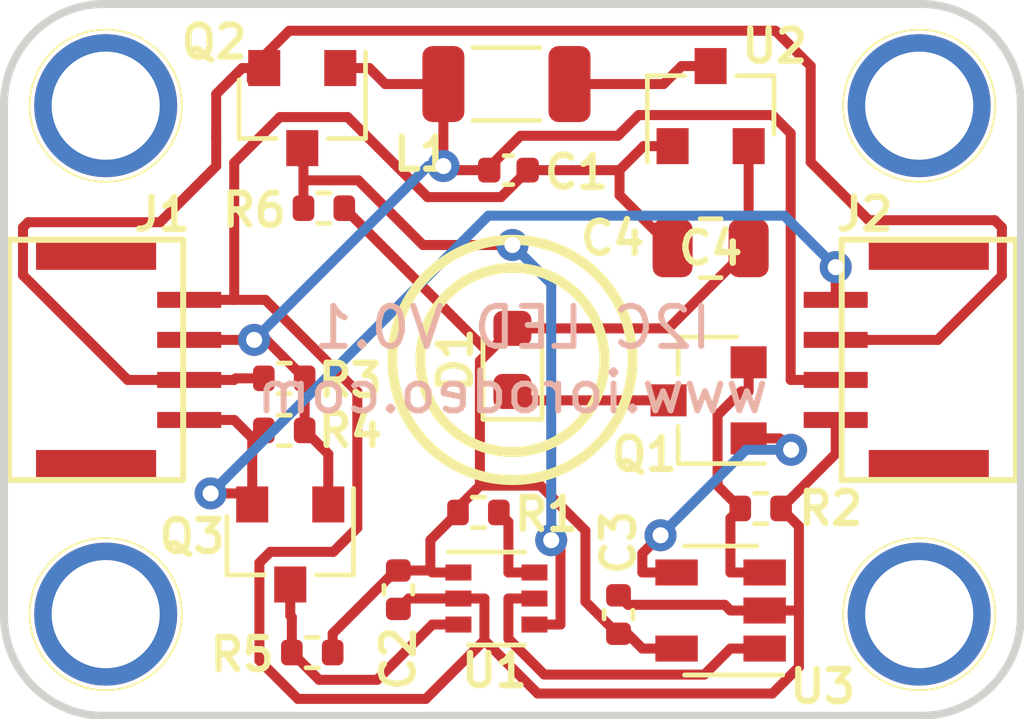
<source format=kicad_pcb>
(kicad_pcb (version 20171130) (host pcbnew 5.1.7-a382d34a8~87~ubuntu18.04.1)

  (general
    (thickness 1.6)
    (drawings 11)
    (tracks 185)
    (zones 0)
    (modules 24)
    (nets 14)
  )

  (page A4)
  (layers
    (0 F.Cu signal)
    (31 B.Cu signal)
    (32 B.Adhes user)
    (33 F.Adhes user)
    (34 B.Paste user)
    (35 F.Paste user)
    (36 B.SilkS user)
    (37 F.SilkS user)
    (38 B.Mask user)
    (39 F.Mask user)
    (40 Dwgs.User user)
    (41 Cmts.User user)
    (42 Eco1.User user)
    (43 Eco2.User user)
    (44 Edge.Cuts user)
    (45 Margin user)
    (46 B.CrtYd user)
    (47 F.CrtYd user)
    (48 B.Fab user)
    (49 F.Fab user)
  )

  (setup
    (last_trace_width 0.25)
    (trace_clearance 0.2)
    (zone_clearance 0.508)
    (zone_45_only no)
    (trace_min 0.2)
    (via_size 0.8)
    (via_drill 0.4)
    (via_min_size 0.4)
    (via_min_drill 0.3)
    (uvia_size 0.3)
    (uvia_drill 0.1)
    (uvias_allowed no)
    (uvia_min_size 0.2)
    (uvia_min_drill 0.1)
    (edge_width 0.05)
    (segment_width 0.2)
    (pcb_text_width 0.3)
    (pcb_text_size 1.5 1.5)
    (mod_edge_width 0.12)
    (mod_text_size 1 1)
    (mod_text_width 0.15)
    (pad_size 3.57 3.57)
    (pad_drill 2.7)
    (pad_to_mask_clearance 0)
    (aux_axis_origin 0 0)
    (visible_elements FFFFFF7F)
    (pcbplotparams
      (layerselection 0x010fc_ffffffff)
      (usegerberextensions false)
      (usegerberattributes true)
      (usegerberadvancedattributes true)
      (creategerberjobfile true)
      (excludeedgelayer true)
      (linewidth 0.100000)
      (plotframeref false)
      (viasonmask false)
      (mode 1)
      (useauxorigin false)
      (hpglpennumber 1)
      (hpglpenspeed 20)
      (hpglpendiameter 15.000000)
      (psnegative false)
      (psa4output false)
      (plotreference true)
      (plotvalue true)
      (plotinvisibletext false)
      (padsonsilk false)
      (subtractmaskfromsilk false)
      (outputformat 1)
      (mirror false)
      (drillshape 1)
      (scaleselection 1)
      (outputdirectory ""))
  )

  (net 0 "")
  (net 1 /VIN)
  (net 2 GND)
  (net 3 /5V)
  (net 4 "Net-(D1-Pad1)")
  (net 5 /SCL_VIN)
  (net 6 /SDA_VIN)
  (net 7 "Net-(L1-Pad2)")
  (net 8 "Net-(Q1-Pad2)")
  (net 9 "Net-(Q1-Pad1)")
  (net 10 /SDA_5V)
  (net 11 /SCL_5V)
  (net 12 "Net-(R1-Pad2)")
  (net 13 "Net-(U1-Pad5)")

  (net_class Default "This is the default net class."
    (clearance 0.2)
    (trace_width 0.25)
    (via_dia 0.8)
    (via_drill 0.4)
    (uvia_dia 0.3)
    (uvia_drill 0.1)
    (add_net /5V)
    (add_net /SCL_5V)
    (add_net /SCL_VIN)
    (add_net /SDA_5V)
    (add_net /SDA_VIN)
    (add_net /VIN)
    (add_net GND)
    (add_net "Net-(D1-Pad1)")
    (add_net "Net-(L1-Pad2)")
    (add_net "Net-(Q1-Pad1)")
    (add_net "Net-(Q1-Pad2)")
    (add_net "Net-(R1-Pad2)")
    (add_net "Net-(U1-Pad5)")
  )

  (module custom_mount_hole:MountingHole_2.5mm_Pad (layer F.Cu) (tedit 618821E6) (tstamp 618725F7)
    (at 52.54 65.24)
    (descr "Mounting Hole 2.5mm")
    (tags "mounting hole 2.5mm")
    (attr virtual)
    (fp_text reference M4 (at 0 -3.5) (layer F.SilkS) hide
      (effects (font (size 0.8 0.8) (thickness 0.16)))
    )
    (fp_text value MountingHole_2.5mm_Pad (at 0 3.5) (layer F.Fab) hide
      (effects (font (size 1 1) (thickness 0.15)))
    )
    (fp_circle (center 0 0) (end 1.9 0) (layer F.SilkS) (width 0.05))
    (fp_circle (center 0 0) (end 2.5 0) (layer Cmts.User) (width 0.15))
    (fp_text user %R (at 0.3 0) (layer F.Fab) hide
      (effects (font (size 0.8 0.8) (thickness 0.16)))
    )
    (pad ~ thru_hole circle (at 0 0) (size 3.57 3.57) (drill 2.7) (layers *.Cu *.Mask))
  )

  (module custom_mount_hole:MountingHole_2.5mm_Pad (layer F.Cu) (tedit 618821E6) (tstamp 618725DA)
    (at 72.86 65.24)
    (descr "Mounting Hole 2.5mm")
    (tags "mounting hole 2.5mm")
    (attr virtual)
    (fp_text reference M3 (at 0 -3.5) (layer F.SilkS) hide
      (effects (font (size 0.8 0.8) (thickness 0.16)))
    )
    (fp_text value MountingHole_2.5mm_Pad (at 0 3.5) (layer F.Fab) hide
      (effects (font (size 1 1) (thickness 0.15)))
    )
    (fp_circle (center 0 0) (end 1.9 0) (layer F.SilkS) (width 0.05))
    (fp_circle (center 0 0) (end 2.5 0) (layer Cmts.User) (width 0.15))
    (fp_text user %R (at 0.3 0) (layer F.Fab) hide
      (effects (font (size 0.8 0.8) (thickness 0.16)))
    )
    (pad ~ thru_hole circle (at 0 0) (size 3.57 3.57) (drill 2.7) (layers *.Cu *.Mask))
  )

  (module custom_mount_hole:MountingHole_2.5mm_Pad (layer F.Cu) (tedit 618821E6) (tstamp 618725BD)
    (at 72.86 52.54)
    (descr "Mounting Hole 2.5mm")
    (tags "mounting hole 2.5mm")
    (attr virtual)
    (fp_text reference M2 (at 0 -3.5) (layer F.SilkS) hide
      (effects (font (size 0.8 0.8) (thickness 0.16)))
    )
    (fp_text value MountingHole_2.5mm_Pad (at 0 3.5) (layer F.Fab) hide
      (effects (font (size 1 1) (thickness 0.15)))
    )
    (fp_circle (center 0 0) (end 1.9 0) (layer F.SilkS) (width 0.05))
    (fp_circle (center 0 0) (end 2.5 0) (layer Cmts.User) (width 0.15))
    (fp_text user %R (at 0.3 0) (layer F.Fab) hide
      (effects (font (size 0.8 0.8) (thickness 0.16)))
    )
    (pad ~ thru_hole circle (at 0 0) (size 3.57 3.57) (drill 2.7) (layers *.Cu *.Mask))
  )

  (module custom_mount_hole:MountingHole_2.5mm_Pad (layer F.Cu) (tedit 618821E6) (tstamp 6187251A)
    (at 52.54 52.54)
    (descr "Mounting Hole 2.5mm")
    (tags "mounting hole 2.5mm")
    (attr virtual)
    (fp_text reference M1 (at 0 -3.5) (layer F.SilkS) hide
      (effects (font (size 0.8 0.8) (thickness 0.16)))
    )
    (fp_text value MountingHole_2.5mm_Pad (at 0 3.5) (layer F.Fab) hide
      (effects (font (size 1 1) (thickness 0.15)))
    )
    (fp_circle (center 0 0) (end 1.9 0) (layer F.SilkS) (width 0.05))
    (fp_circle (center 0 0) (end 2.5 0) (layer Cmts.User) (width 0.15))
    (fp_text user %R (at 0.3 0) (layer F.Fab) hide
      (effects (font (size 0.8 0.8) (thickness 0.16)))
    )
    (pad ~ thru_hole circle (at 0 0) (size 3.57 3.57) (drill 2.7) (layers *.Cu *.Mask))
  )

  (module Capacitor_SMD:C_0805_2012Metric (layer F.Cu) (tedit 5F68FEEE) (tstamp 618729BF)
    (at 67.65 56.1 180)
    (descr "Capacitor SMD 0805 (2012 Metric), square (rectangular) end terminal, IPC_7351 nominal, (Body size source: IPC-SM-782 page 76, https://www.pcb-3d.com/wordpress/wp-content/uploads/ipc-sm-782a_amendment_1_and_2.pdf, https://docs.google.com/spreadsheets/d/1BsfQQcO9C6DZCsRaXUlFlo91Tg2WpOkGARC1WS5S8t0/edit?usp=sharing), generated with kicad-footprint-generator")
    (tags capacitor)
    (path /6174D112)
    (attr smd)
    (fp_text reference C4 (at 2.45 0.25) (layer F.SilkS)
      (effects (font (size 0.8 0.8) (thickness 0.16)))
    )
    (fp_text value 100uF (at 0 1.68) (layer F.Fab) hide
      (effects (font (size 1 1) (thickness 0.15)))
    )
    (fp_line (start 1.7 0.98) (end -1.7 0.98) (layer F.CrtYd) (width 0.05))
    (fp_line (start 1.7 -0.98) (end 1.7 0.98) (layer F.CrtYd) (width 0.05))
    (fp_line (start -1.7 -0.98) (end 1.7 -0.98) (layer F.CrtYd) (width 0.05))
    (fp_line (start -1.7 0.98) (end -1.7 -0.98) (layer F.CrtYd) (width 0.05))
    (fp_line (start -0.261252 0.735) (end 0.261252 0.735) (layer F.SilkS) (width 0.12))
    (fp_line (start -0.261252 -0.735) (end 0.261252 -0.735) (layer F.SilkS) (width 0.12))
    (fp_line (start 1 0.625) (end -1 0.625) (layer F.Fab) (width 0.1))
    (fp_line (start 1 -0.625) (end 1 0.625) (layer F.Fab) (width 0.1))
    (fp_line (start -1 -0.625) (end 1 -0.625) (layer F.Fab) (width 0.1))
    (fp_line (start -1 0.625) (end -1 -0.625) (layer F.Fab) (width 0.1))
    (fp_text user %R (at 0 0) (layer F.SilkS)
      (effects (font (size 0.8 0.8) (thickness 0.16)))
    )
    (pad 1 smd roundrect (at -0.95 0 180) (size 1 1.45) (layers F.Cu F.Paste F.Mask) (roundrect_rratio 0.25)
      (net 3 /5V))
    (pad 2 smd roundrect (at 0.95 0 180) (size 1 1.45) (layers F.Cu F.Paste F.Mask) (roundrect_rratio 0.25)
      (net 2 GND))
    (model ${KISYS3DMOD}/Capacitor_SMD.3dshapes/C_0805_2012Metric.wrl
      (at (xyz 0 0 0))
      (scale (xyz 1 1 1))
      (rotate (xyz 0 0 0))
    )
  )

  (module LED_SMD:LED_0603_1608Metric (layer F.Cu) (tedit 5F68FEF1) (tstamp 618729D2)
    (at 62.7 58.89 90)
    (descr "LED SMD 0603 (1608 Metric), square (rectangular) end terminal, IPC_7351 nominal, (Body size source: http://www.tortai-tech.com/upload/download/2011102023233369053.pdf), generated with kicad-footprint-generator")
    (tags LED)
    (path /617C0FF2)
    (attr smd)
    (fp_text reference D1 (at 0 -1.43 90) (layer F.SilkS)
      (effects (font (size 0.8 0.8) (thickness 0.16)))
    )
    (fp_text value LED_ALT (at 0 1.43 90) (layer F.Fab) hide
      (effects (font (size 1 1) (thickness 0.15)))
    )
    (fp_line (start 1.48 0.73) (end -1.48 0.73) (layer F.CrtYd) (width 0.05))
    (fp_line (start 1.48 -0.73) (end 1.48 0.73) (layer F.CrtYd) (width 0.05))
    (fp_line (start -1.48 -0.73) (end 1.48 -0.73) (layer F.CrtYd) (width 0.05))
    (fp_line (start -1.48 0.73) (end -1.48 -0.73) (layer F.CrtYd) (width 0.05))
    (fp_line (start -1.485 0.735) (end 0.8 0.735) (layer F.SilkS) (width 0.12))
    (fp_line (start -1.485 -0.735) (end -1.485 0.735) (layer F.SilkS) (width 0.12))
    (fp_line (start 0.8 -0.735) (end -1.485 -0.735) (layer F.SilkS) (width 0.12))
    (fp_line (start 0.8 0.4) (end 0.8 -0.4) (layer F.Fab) (width 0.1))
    (fp_line (start -0.8 0.4) (end 0.8 0.4) (layer F.Fab) (width 0.1))
    (fp_line (start -0.8 -0.1) (end -0.8 0.4) (layer F.Fab) (width 0.1))
    (fp_line (start -0.5 -0.4) (end -0.8 -0.1) (layer F.Fab) (width 0.1))
    (fp_line (start 0.8 -0.4) (end -0.5 -0.4) (layer F.Fab) (width 0.1))
    (fp_text user %R (at 0 0 90) (layer F.Fab)
      (effects (font (size 0.8 0.8) (thickness 0.16)))
    )
    (pad 1 smd roundrect (at -0.7875 0 90) (size 0.875 0.95) (layers F.Cu F.Paste F.Mask) (roundrect_rratio 0.25)
      (net 4 "Net-(D1-Pad1)"))
    (pad 2 smd roundrect (at 0.7875 0 90) (size 0.875 0.95) (layers F.Cu F.Paste F.Mask) (roundrect_rratio 0.25)
      (net 3 /5V))
    (model ${KISYS3DMOD}/LED_SMD.3dshapes/LED_0603_1608Metric.wrl
      (at (xyz 0 0 0))
      (scale (xyz 1 1 1))
      (rotate (xyz 0 0 0))
    )
  )

  (module BOOMELE_SH_SMD:BOOMELE_SMD_SH_4PIN_RT (layer F.Cu) (tedit 61857257) (tstamp 618729E1)
    (at 52.3 58.89 270)
    (path /617588B6)
    (fp_text reference J1 (at -3.64 -1.65 180) (layer F.SilkS)
      (effects (font (size 0.8 0.8) (thickness 0.16)))
    )
    (fp_text value Conn_01x04 (at 0.025 -4.95 90) (layer F.Fab) hide
      (effects (font (size 1 1) (thickness 0.15)))
    )
    (fp_line (start 3 -2.175) (end 3 2.175) (layer F.SilkS) (width 0.15))
    (fp_line (start -3 -2.175) (end 3 -2.175) (layer F.SilkS) (width 0.15))
    (fp_line (start -3 2.175) (end -3 -2.175) (layer F.SilkS) (width 0.15))
    (fp_line (start 0 2.175) (end 3 2.175) (layer F.SilkS) (width 0.15))
    (fp_line (start -3 2.175) (end 0 2.175) (layer F.SilkS) (width 0.15))
    (pad "" smd rect (at 2.65 0 270) (size 0.8 3) (layers F.Cu F.Paste F.Mask))
    (pad "" smd rect (at -2.65 0 270) (size 0.8 3) (layers F.Cu F.Paste F.Mask))
    (pad 4 smd rect (at 1.5 -2.325 270) (size 0.4 1.6) (layers F.Cu F.Paste F.Mask)
      (net 5 /SCL_VIN))
    (pad 3 smd rect (at 0.5 -2.325 270) (size 0.4 1.6) (layers F.Cu F.Paste F.Mask)
      (net 6 /SDA_VIN))
    (pad 2 smd rect (at -0.5 -2.325 270) (size 0.4 1.6) (layers F.Cu F.Paste F.Mask)
      (net 1 /VIN))
    (pad 1 smd rect (at -1.5 -2.325 270) (size 0.4 1.6) (layers F.Cu F.Paste F.Mask)
      (net 2 GND))
  )

  (module BOOMELE_SH_SMD:BOOMELE_SMD_SH_4PIN_RT (layer F.Cu) (tedit 61857257) (tstamp 618729F0)
    (at 73.1 58.89 90)
    (path /617591D1)
    (fp_text reference J2 (at 3.64 -1.6 180) (layer F.SilkS)
      (effects (font (size 0.8 0.8) (thickness 0.16)))
    )
    (fp_text value Conn_01x04 (at 0.025 -4.95 90) (layer F.Fab) hide
      (effects (font (size 1 1) (thickness 0.15)))
    )
    (fp_line (start -3 2.175) (end 0 2.175) (layer F.SilkS) (width 0.15))
    (fp_line (start 0 2.175) (end 3 2.175) (layer F.SilkS) (width 0.15))
    (fp_line (start -3 2.175) (end -3 -2.175) (layer F.SilkS) (width 0.15))
    (fp_line (start -3 -2.175) (end 3 -2.175) (layer F.SilkS) (width 0.15))
    (fp_line (start 3 -2.175) (end 3 2.175) (layer F.SilkS) (width 0.15))
    (pad 1 smd rect (at -1.5 -2.325 90) (size 0.4 1.6) (layers F.Cu F.Paste F.Mask)
      (net 2 GND))
    (pad 2 smd rect (at -0.5 -2.325 90) (size 0.4 1.6) (layers F.Cu F.Paste F.Mask)
      (net 1 /VIN))
    (pad 3 smd rect (at 0.5 -2.325 90) (size 0.4 1.6) (layers F.Cu F.Paste F.Mask)
      (net 6 /SDA_VIN))
    (pad 4 smd rect (at 1.5 -2.325 90) (size 0.4 1.6) (layers F.Cu F.Paste F.Mask)
      (net 5 /SCL_VIN))
    (pad "" smd rect (at -2.65 0 90) (size 0.8 3) (layers F.Cu F.Paste F.Mask))
    (pad "" smd rect (at 2.65 0 90) (size 0.8 3) (layers F.Cu F.Paste F.Mask))
  )

  (module Inductor_SMD:L_1206_3216Metric (layer F.Cu) (tedit 5F68FEF0) (tstamp 61872A01)
    (at 62.55 52)
    (descr "Inductor SMD 1206 (3216 Metric), square (rectangular) end terminal, IPC_7351 nominal, (Body size source: IPC-SM-782 page 80, https://www.pcb-3d.com/wordpress/wp-content/uploads/ipc-sm-782a_amendment_1_and_2.pdf), generated with kicad-footprint-generator")
    (tags inductor)
    (path /6174AC13)
    (attr smd)
    (fp_text reference L1 (at -2.1 1.75) (layer F.SilkS)
      (effects (font (size 0.8 0.8) (thickness 0.16)))
    )
    (fp_text value 22uH (at 0 1.9) (layer F.Fab) hide
      (effects (font (size 1 1) (thickness 0.15)))
    )
    (fp_line (start 2.35 1.2) (end -2.35 1.2) (layer F.CrtYd) (width 0.05))
    (fp_line (start 2.35 -1.2) (end 2.35 1.2) (layer F.CrtYd) (width 0.05))
    (fp_line (start -2.35 -1.2) (end 2.35 -1.2) (layer F.CrtYd) (width 0.05))
    (fp_line (start -2.35 1.2) (end -2.35 -1.2) (layer F.CrtYd) (width 0.05))
    (fp_line (start -0.835242 0.91) (end 0.835242 0.91) (layer F.SilkS) (width 0.12))
    (fp_line (start -0.835242 -0.91) (end 0.835242 -0.91) (layer F.SilkS) (width 0.12))
    (fp_line (start 1.6 0.8) (end -1.6 0.8) (layer F.Fab) (width 0.1))
    (fp_line (start 1.6 -0.8) (end 1.6 0.8) (layer F.Fab) (width 0.1))
    (fp_line (start -1.6 -0.8) (end 1.6 -0.8) (layer F.Fab) (width 0.1))
    (fp_line (start -1.6 0.8) (end -1.6 -0.8) (layer F.Fab) (width 0.1))
    (fp_text user %R (at 0 0) (layer F.Fab)
      (effects (font (size 0.8 0.8) (thickness 0.16)))
    )
    (pad 1 smd roundrect (at -1.575 0) (size 1.05 1.9) (layers F.Cu F.Paste F.Mask) (roundrect_rratio 0.238095)
      (net 1 /VIN))
    (pad 2 smd roundrect (at 1.575 0) (size 1.05 1.9) (layers F.Cu F.Paste F.Mask) (roundrect_rratio 0.238095)
      (net 7 "Net-(L1-Pad2)"))
    (model ${KISYS3DMOD}/Inductor_SMD.3dshapes/L_1206_3216Metric.wrl
      (at (xyz 0 0 0))
      (scale (xyz 1 1 1))
      (rotate (xyz 0 0 0))
    )
  )

  (module Package_TO_SOT_SMD:SOT-23 (layer F.Cu) (tedit 5A02FF57) (tstamp 61872A16)
    (at 67.6 59.9 180)
    (descr "SOT-23, Standard")
    (tags SOT-23)
    (path /617C2C7F)
    (attr smd)
    (fp_text reference Q1 (at 1.6 -1.35) (layer F.SilkS)
      (effects (font (size 0.8 0.8) (thickness 0.16)))
    )
    (fp_text value Q_NPN_BEC (at 0 2.5) (layer F.Fab) hide
      (effects (font (size 1 1) (thickness 0.15)))
    )
    (fp_line (start -0.7 -0.95) (end -0.7 1.5) (layer F.Fab) (width 0.1))
    (fp_line (start -0.15 -1.52) (end 0.7 -1.52) (layer F.Fab) (width 0.1))
    (fp_line (start -0.7 -0.95) (end -0.15 -1.52) (layer F.Fab) (width 0.1))
    (fp_line (start 0.7 -1.52) (end 0.7 1.52) (layer F.Fab) (width 0.1))
    (fp_line (start -0.7 1.52) (end 0.7 1.52) (layer F.Fab) (width 0.1))
    (fp_line (start 0.76 1.58) (end 0.76 0.65) (layer F.SilkS) (width 0.12))
    (fp_line (start 0.76 -1.58) (end 0.76 -0.65) (layer F.SilkS) (width 0.12))
    (fp_line (start -1.7 -1.75) (end 1.7 -1.75) (layer F.CrtYd) (width 0.05))
    (fp_line (start 1.7 -1.75) (end 1.7 1.75) (layer F.CrtYd) (width 0.05))
    (fp_line (start 1.7 1.75) (end -1.7 1.75) (layer F.CrtYd) (width 0.05))
    (fp_line (start -1.7 1.75) (end -1.7 -1.75) (layer F.CrtYd) (width 0.05))
    (fp_line (start 0.76 -1.58) (end -1.4 -1.58) (layer F.SilkS) (width 0.12))
    (fp_line (start 0.76 1.58) (end -0.7 1.58) (layer F.SilkS) (width 0.12))
    (fp_text user %R (at 0 0 90) (layer F.Fab)
      (effects (font (size 0.8 0.8) (thickness 0.16)))
    )
    (pad 3 smd rect (at 1 0 180) (size 0.9 0.8) (layers F.Cu F.Paste F.Mask)
      (net 4 "Net-(D1-Pad1)"))
    (pad 2 smd rect (at -1 0.95 180) (size 0.9 0.8) (layers F.Cu F.Paste F.Mask)
      (net 8 "Net-(Q1-Pad2)"))
    (pad 1 smd rect (at -1 -0.95 180) (size 0.9 0.8) (layers F.Cu F.Paste F.Mask)
      (net 9 "Net-(Q1-Pad1)"))
    (model ${KISYS3DMOD}/Package_TO_SOT_SMD.3dshapes/SOT-23.wrl
      (at (xyz 0 0 0))
      (scale (xyz 1 1 1))
      (rotate (xyz 0 0 0))
    )
  )

  (module Package_TO_SOT_SMD:SOT-23 (layer F.Cu) (tedit 5A02FF57) (tstamp 61872A2B)
    (at 57.45 52.6 270)
    (descr "SOT-23, Standard")
    (tags SOT-23)
    (path /61767FC9)
    (attr smd)
    (fp_text reference Q2 (at -1.65 2.2 180) (layer F.SilkS)
      (effects (font (size 0.8 0.8) (thickness 0.16)))
    )
    (fp_text value BSS138 (at 0 2.5 90) (layer F.Fab) hide
      (effects (font (size 1 1) (thickness 0.15)))
    )
    (fp_line (start 0.76 1.58) (end -0.7 1.58) (layer F.SilkS) (width 0.12))
    (fp_line (start 0.76 -1.58) (end -1.4 -1.58) (layer F.SilkS) (width 0.12))
    (fp_line (start -1.7 1.75) (end -1.7 -1.75) (layer F.CrtYd) (width 0.05))
    (fp_line (start 1.7 1.75) (end -1.7 1.75) (layer F.CrtYd) (width 0.05))
    (fp_line (start 1.7 -1.75) (end 1.7 1.75) (layer F.CrtYd) (width 0.05))
    (fp_line (start -1.7 -1.75) (end 1.7 -1.75) (layer F.CrtYd) (width 0.05))
    (fp_line (start 0.76 -1.58) (end 0.76 -0.65) (layer F.SilkS) (width 0.12))
    (fp_line (start 0.76 1.58) (end 0.76 0.65) (layer F.SilkS) (width 0.12))
    (fp_line (start -0.7 1.52) (end 0.7 1.52) (layer F.Fab) (width 0.1))
    (fp_line (start 0.7 -1.52) (end 0.7 1.52) (layer F.Fab) (width 0.1))
    (fp_line (start -0.7 -0.95) (end -0.15 -1.52) (layer F.Fab) (width 0.1))
    (fp_line (start -0.15 -1.52) (end 0.7 -1.52) (layer F.Fab) (width 0.1))
    (fp_line (start -0.7 -0.95) (end -0.7 1.5) (layer F.Fab) (width 0.1))
    (fp_text user %R (at 0 0) (layer F.Fab)
      (effects (font (size 0.8 0.8) (thickness 0.16)))
    )
    (pad 1 smd rect (at -1 -0.95 270) (size 0.9 0.8) (layers F.Cu F.Paste F.Mask)
      (net 1 /VIN))
    (pad 2 smd rect (at -1 0.95 270) (size 0.9 0.8) (layers F.Cu F.Paste F.Mask)
      (net 6 /SDA_VIN))
    (pad 3 smd rect (at 1 0 270) (size 0.9 0.8) (layers F.Cu F.Paste F.Mask)
      (net 10 /SDA_5V))
    (model ${KISYS3DMOD}/Package_TO_SOT_SMD.3dshapes/SOT-23.wrl
      (at (xyz 0 0 0))
      (scale (xyz 1 1 1))
      (rotate (xyz 0 0 0))
    )
  )

  (module Package_TO_SOT_SMD:SOT-23 (layer F.Cu) (tedit 5A02FF57) (tstamp 61872A40)
    (at 57.15 63.5 270)
    (descr "SOT-23, Standard")
    (tags SOT-23)
    (path /61765AC4)
    (attr smd)
    (fp_text reference Q3 (at -0.2 2.45 180) (layer F.SilkS)
      (effects (font (size 0.8 0.8) (thickness 0.16)))
    )
    (fp_text value BSS138 (at 0 2.5 90) (layer F.Fab) hide
      (effects (font (size 1 1) (thickness 0.15)))
    )
    (fp_line (start -0.7 -0.95) (end -0.7 1.5) (layer F.Fab) (width 0.1))
    (fp_line (start -0.15 -1.52) (end 0.7 -1.52) (layer F.Fab) (width 0.1))
    (fp_line (start -0.7 -0.95) (end -0.15 -1.52) (layer F.Fab) (width 0.1))
    (fp_line (start 0.7 -1.52) (end 0.7 1.52) (layer F.Fab) (width 0.1))
    (fp_line (start -0.7 1.52) (end 0.7 1.52) (layer F.Fab) (width 0.1))
    (fp_line (start 0.76 1.58) (end 0.76 0.65) (layer F.SilkS) (width 0.12))
    (fp_line (start 0.76 -1.58) (end 0.76 -0.65) (layer F.SilkS) (width 0.12))
    (fp_line (start -1.7 -1.75) (end 1.7 -1.75) (layer F.CrtYd) (width 0.05))
    (fp_line (start 1.7 -1.75) (end 1.7 1.75) (layer F.CrtYd) (width 0.05))
    (fp_line (start 1.7 1.75) (end -1.7 1.75) (layer F.CrtYd) (width 0.05))
    (fp_line (start -1.7 1.75) (end -1.7 -1.75) (layer F.CrtYd) (width 0.05))
    (fp_line (start 0.76 -1.58) (end -1.4 -1.58) (layer F.SilkS) (width 0.12))
    (fp_line (start 0.76 1.58) (end -0.7 1.58) (layer F.SilkS) (width 0.12))
    (fp_text user %R (at 0 0) (layer F.Fab)
      (effects (font (size 0.8 0.8) (thickness 0.16)))
    )
    (pad 3 smd rect (at 1 0 270) (size 0.9 0.8) (layers F.Cu F.Paste F.Mask)
      (net 11 /SCL_5V))
    (pad 2 smd rect (at -1 0.95 270) (size 0.9 0.8) (layers F.Cu F.Paste F.Mask)
      (net 5 /SCL_VIN))
    (pad 1 smd rect (at -1 -0.95 270) (size 0.9 0.8) (layers F.Cu F.Paste F.Mask)
      (net 1 /VIN))
    (model ${KISYS3DMOD}/Package_TO_SOT_SMD.3dshapes/SOT-23.wrl
      (at (xyz 0 0 0))
      (scale (xyz 1 1 1))
      (rotate (xyz 0 0 0))
    )
  )

  (module Package_TO_SOT_SMD:SOT-363_SC-70-6 (layer F.Cu) (tedit 5A02FF57) (tstamp 61872ABC)
    (at 62.3 64.85)
    (descr "SOT-363, SC-70-6")
    (tags "SOT-363 SC-70-6")
    (path /6175D2CA)
    (attr smd)
    (fp_text reference U1 (at -0.05 1.8) (layer F.SilkS)
      (effects (font (size 0.8 0.8) (thickness 0.16)))
    )
    (fp_text value MCP4018-xxxxLT (at 0 2 180) (layer F.Fab) hide
      (effects (font (size 1 1) (thickness 0.15)))
    )
    (fp_line (start 0.7 -1.16) (end -1.2 -1.16) (layer F.SilkS) (width 0.12))
    (fp_line (start -0.7 1.16) (end 0.7 1.16) (layer F.SilkS) (width 0.12))
    (fp_line (start 1.6 1.4) (end 1.6 -1.4) (layer F.CrtYd) (width 0.05))
    (fp_line (start -1.6 -1.4) (end -1.6 1.4) (layer F.CrtYd) (width 0.05))
    (fp_line (start -1.6 -1.4) (end 1.6 -1.4) (layer F.CrtYd) (width 0.05))
    (fp_line (start 0.675 -1.1) (end -0.175 -1.1) (layer F.Fab) (width 0.1))
    (fp_line (start -0.675 -0.6) (end -0.675 1.1) (layer F.Fab) (width 0.1))
    (fp_line (start -1.6 1.4) (end 1.6 1.4) (layer F.CrtYd) (width 0.05))
    (fp_line (start 0.675 -1.1) (end 0.675 1.1) (layer F.Fab) (width 0.1))
    (fp_line (start 0.675 1.1) (end -0.675 1.1) (layer F.Fab) (width 0.1))
    (fp_line (start -0.175 -1.1) (end -0.675 -0.6) (layer F.Fab) (width 0.1))
    (fp_text user %R (at 0 0 90) (layer F.Fab)
      (effects (font (size 0.8 0.8) (thickness 0.16)))
    )
    (pad 6 smd rect (at 0.95 -0.65) (size 0.65 0.4) (layers F.Cu F.Paste F.Mask)
      (net 12 "Net-(R1-Pad2)"))
    (pad 4 smd rect (at 0.95 0.65) (size 0.65 0.4) (layers F.Cu F.Paste F.Mask)
      (net 10 /SDA_5V))
    (pad 2 smd rect (at -0.95 0) (size 0.65 0.4) (layers F.Cu F.Paste F.Mask)
      (net 2 GND))
    (pad 5 smd rect (at 0.95 0) (size 0.65 0.4) (layers F.Cu F.Paste F.Mask)
      (net 13 "Net-(U1-Pad5)"))
    (pad 3 smd rect (at -0.95 0.65) (size 0.65 0.4) (layers F.Cu F.Paste F.Mask)
      (net 11 /SCL_5V))
    (pad 1 smd rect (at -0.95 -0.65) (size 0.65 0.4) (layers F.Cu F.Paste F.Mask)
      (net 3 /5V))
    (model ${KISYS3DMOD}/Package_TO_SOT_SMD.3dshapes/SOT-363_SC-70-6.wrl
      (at (xyz 0 0 0))
      (scale (xyz 1 1 1))
      (rotate (xyz 0 0 0))
    )
  )

  (module Package_TO_SOT_SMD:SOT-23 (layer F.Cu) (tedit 5A02FF57) (tstamp 61872AD1)
    (at 67.65 52.55 90)
    (descr "SOT-23, Standard")
    (tags SOT-23)
    (path /6174A4C9)
    (attr smd)
    (fp_text reference U2 (at 1.5 1.6 180) (layer F.SilkS)
      (effects (font (size 0.8 0.8) (thickness 0.16)))
    )
    (fp_text value ME2188A50XG (at 0 2.5 90) (layer F.Fab) hide
      (effects (font (size 1 1) (thickness 0.15)))
    )
    (fp_line (start 0.76 1.58) (end -0.7 1.58) (layer F.SilkS) (width 0.12))
    (fp_line (start 0.76 -1.58) (end -1.4 -1.58) (layer F.SilkS) (width 0.12))
    (fp_line (start -1.7 1.75) (end -1.7 -1.75) (layer F.CrtYd) (width 0.05))
    (fp_line (start 1.7 1.75) (end -1.7 1.75) (layer F.CrtYd) (width 0.05))
    (fp_line (start 1.7 -1.75) (end 1.7 1.75) (layer F.CrtYd) (width 0.05))
    (fp_line (start -1.7 -1.75) (end 1.7 -1.75) (layer F.CrtYd) (width 0.05))
    (fp_line (start 0.76 -1.58) (end 0.76 -0.65) (layer F.SilkS) (width 0.12))
    (fp_line (start 0.76 1.58) (end 0.76 0.65) (layer F.SilkS) (width 0.12))
    (fp_line (start -0.7 1.52) (end 0.7 1.52) (layer F.Fab) (width 0.1))
    (fp_line (start 0.7 -1.52) (end 0.7 1.52) (layer F.Fab) (width 0.1))
    (fp_line (start -0.7 -0.95) (end -0.15 -1.52) (layer F.Fab) (width 0.1))
    (fp_line (start -0.15 -1.52) (end 0.7 -1.52) (layer F.Fab) (width 0.1))
    (fp_line (start -0.7 -0.95) (end -0.7 1.5) (layer F.Fab) (width 0.1))
    (fp_text user %R (at 0 0) (layer F.Fab)
      (effects (font (size 0.8 0.8) (thickness 0.16)))
    )
    (pad 1 smd rect (at -1 -0.95 90) (size 0.9 0.8) (layers F.Cu F.Paste F.Mask)
      (net 2 GND))
    (pad 2 smd rect (at -1 0.95 90) (size 0.9 0.8) (layers F.Cu F.Paste F.Mask)
      (net 3 /5V))
    (pad 3 smd rect (at 1 0 90) (size 0.9 0.8) (layers F.Cu F.Paste F.Mask)
      (net 7 "Net-(L1-Pad2)"))
    (model ${KISYS3DMOD}/Package_TO_SOT_SMD.3dshapes/SOT-23.wrl
      (at (xyz 0 0 0))
      (scale (xyz 1 1 1))
      (rotate (xyz 0 0 0))
    )
  )

  (module Package_TO_SOT_SMD:SOT-23-5 (layer F.Cu) (tedit 5A02FF57) (tstamp 61872AE6)
    (at 67.9 65.15 180)
    (descr "5-pin SOT23 package")
    (tags SOT-23-5)
    (path /617B3880)
    (attr smd)
    (fp_text reference U3 (at -2.55 -1.9) (layer F.SilkS)
      (effects (font (size 0.8 0.8) (thickness 0.16)))
    )
    (fp_text value LMV321 (at 0 2.9) (layer F.Fab) hide
      (effects (font (size 1 1) (thickness 0.15)))
    )
    (fp_line (start 0.9 -1.55) (end 0.9 1.55) (layer F.Fab) (width 0.1))
    (fp_line (start 0.9 1.55) (end -0.9 1.55) (layer F.Fab) (width 0.1))
    (fp_line (start -0.9 -0.9) (end -0.9 1.55) (layer F.Fab) (width 0.1))
    (fp_line (start 0.9 -1.55) (end -0.25 -1.55) (layer F.Fab) (width 0.1))
    (fp_line (start -0.9 -0.9) (end -0.25 -1.55) (layer F.Fab) (width 0.1))
    (fp_line (start -1.9 1.8) (end -1.9 -1.8) (layer F.CrtYd) (width 0.05))
    (fp_line (start 1.9 1.8) (end -1.9 1.8) (layer F.CrtYd) (width 0.05))
    (fp_line (start 1.9 -1.8) (end 1.9 1.8) (layer F.CrtYd) (width 0.05))
    (fp_line (start -1.9 -1.8) (end 1.9 -1.8) (layer F.CrtYd) (width 0.05))
    (fp_line (start 0.9 -1.61) (end -1.55 -1.61) (layer F.SilkS) (width 0.12))
    (fp_line (start -0.9 1.61) (end 0.9 1.61) (layer F.SilkS) (width 0.12))
    (fp_text user %R (at 0 0 90) (layer F.Fab)
      (effects (font (size 0.8 0.8) (thickness 0.16)))
    )
    (pad 1 smd rect (at -1.1 -0.95 180) (size 1.06 0.65) (layers F.Cu F.Paste F.Mask)
      (net 13 "Net-(U1-Pad5)"))
    (pad 2 smd rect (at -1.1 0 180) (size 1.06 0.65) (layers F.Cu F.Paste F.Mask)
      (net 2 GND))
    (pad 3 smd rect (at -1.1 0.95 180) (size 1.06 0.65) (layers F.Cu F.Paste F.Mask)
      (net 8 "Net-(Q1-Pad2)"))
    (pad 4 smd rect (at 1.1 0.95 180) (size 1.06 0.65) (layers F.Cu F.Paste F.Mask)
      (net 9 "Net-(Q1-Pad1)"))
    (pad 5 smd rect (at 1.1 -0.95 180) (size 1.06 0.65) (layers F.Cu F.Paste F.Mask)
      (net 3 /5V))
    (model ${KISYS3DMOD}/Package_TO_SOT_SMD.3dshapes/SOT-23-5.wrl
      (at (xyz 0 0 0))
      (scale (xyz 1 1 1))
      (rotate (xyz 0 0 0))
    )
  )

  (module Capacitor_SMD:C_0402_1005Metric (layer F.Cu) (tedit 5F68FEEE) (tstamp 618817EE)
    (at 62.6 54.15)
    (descr "Capacitor SMD 0402 (1005 Metric), square (rectangular) end terminal, IPC_7351 nominal, (Body size source: IPC-SM-782 page 76, https://www.pcb-3d.com/wordpress/wp-content/uploads/ipc-sm-782a_amendment_1_and_2.pdf), generated with kicad-footprint-generator")
    (tags capacitor)
    (path /6174BB29)
    (attr smd)
    (fp_text reference C1 (at 1.7 0.05) (layer F.SilkS)
      (effects (font (size 0.8 0.8) (thickness 0.16)))
    )
    (fp_text value 10uF (at 0 1.16) (layer F.Fab) hide
      (effects (font (size 1 1) (thickness 0.15)))
    )
    (fp_line (start -0.5 0.25) (end -0.5 -0.25) (layer F.Fab) (width 0.1))
    (fp_line (start -0.5 -0.25) (end 0.5 -0.25) (layer F.Fab) (width 0.1))
    (fp_line (start 0.5 -0.25) (end 0.5 0.25) (layer F.Fab) (width 0.1))
    (fp_line (start 0.5 0.25) (end -0.5 0.25) (layer F.Fab) (width 0.1))
    (fp_line (start -0.107836 -0.36) (end 0.107836 -0.36) (layer F.SilkS) (width 0.12))
    (fp_line (start -0.107836 0.36) (end 0.107836 0.36) (layer F.SilkS) (width 0.12))
    (fp_line (start -0.91 0.46) (end -0.91 -0.46) (layer F.CrtYd) (width 0.05))
    (fp_line (start -0.91 -0.46) (end 0.91 -0.46) (layer F.CrtYd) (width 0.05))
    (fp_line (start 0.91 -0.46) (end 0.91 0.46) (layer F.CrtYd) (width 0.05))
    (fp_line (start 0.91 0.46) (end -0.91 0.46) (layer F.CrtYd) (width 0.05))
    (fp_text user %R (at 0 0) (layer F.Fab)
      (effects (font (size 0.8 0.8) (thickness 0.16)))
    )
    (pad 1 smd roundrect (at -0.48 0) (size 0.56 0.62) (layers F.Cu F.Paste F.Mask) (roundrect_rratio 0.25)
      (net 1 /VIN))
    (pad 2 smd roundrect (at 0.48 0) (size 0.56 0.62) (layers F.Cu F.Paste F.Mask) (roundrect_rratio 0.25)
      (net 2 GND))
    (model ${KISYS3DMOD}/Capacitor_SMD.3dshapes/C_0402_1005Metric.wrl
      (at (xyz 0 0 0))
      (scale (xyz 1 1 1))
      (rotate (xyz 0 0 0))
    )
  )

  (module Capacitor_SMD:C_0402_1005Metric (layer F.Cu) (tedit 5F68FEEE) (tstamp 6188196D)
    (at 59.85 64.63 270)
    (descr "Capacitor SMD 0402 (1005 Metric), square (rectangular) end terminal, IPC_7351 nominal, (Body size source: IPC-SM-782 page 76, https://www.pcb-3d.com/wordpress/wp-content/uploads/ipc-sm-782a_amendment_1_and_2.pdf), generated with kicad-footprint-generator")
    (tags capacitor)
    (path /617EFAB2)
    (attr smd)
    (fp_text reference C2 (at 1.72 0 90) (layer F.SilkS)
      (effects (font (size 0.8 0.8) (thickness 0.16)))
    )
    (fp_text value 0.1uF (at 0 1.16 90) (layer F.Fab) hide
      (effects (font (size 1 1) (thickness 0.15)))
    )
    (fp_line (start 0.91 0.46) (end -0.91 0.46) (layer F.CrtYd) (width 0.05))
    (fp_line (start 0.91 -0.46) (end 0.91 0.46) (layer F.CrtYd) (width 0.05))
    (fp_line (start -0.91 -0.46) (end 0.91 -0.46) (layer F.CrtYd) (width 0.05))
    (fp_line (start -0.91 0.46) (end -0.91 -0.46) (layer F.CrtYd) (width 0.05))
    (fp_line (start -0.107836 0.36) (end 0.107836 0.36) (layer F.SilkS) (width 0.12))
    (fp_line (start -0.107836 -0.36) (end 0.107836 -0.36) (layer F.SilkS) (width 0.12))
    (fp_line (start 0.5 0.25) (end -0.5 0.25) (layer F.Fab) (width 0.1))
    (fp_line (start 0.5 -0.25) (end 0.5 0.25) (layer F.Fab) (width 0.1))
    (fp_line (start -0.5 -0.25) (end 0.5 -0.25) (layer F.Fab) (width 0.1))
    (fp_line (start -0.5 0.25) (end -0.5 -0.25) (layer F.Fab) (width 0.1))
    (fp_text user %R (at 0 0 90) (layer F.Fab)
      (effects (font (size 0.8 0.8) (thickness 0.16)))
    )
    (pad 2 smd roundrect (at 0.48 0 270) (size 0.56 0.62) (layers F.Cu F.Paste F.Mask) (roundrect_rratio 0.25)
      (net 2 GND))
    (pad 1 smd roundrect (at -0.48 0 270) (size 0.56 0.62) (layers F.Cu F.Paste F.Mask) (roundrect_rratio 0.25)
      (net 3 /5V))
    (model ${KISYS3DMOD}/Capacitor_SMD.3dshapes/C_0402_1005Metric.wrl
      (at (xyz 0 0 0))
      (scale (xyz 1 1 1))
      (rotate (xyz 0 0 0))
    )
  )

  (module Capacitor_SMD:C_0402_1005Metric (layer F.Cu) (tedit 5F68FEEE) (tstamp 6188197E)
    (at 65.35 65.25 90)
    (descr "Capacitor SMD 0402 (1005 Metric), square (rectangular) end terminal, IPC_7351 nominal, (Body size source: IPC-SM-782 page 76, https://www.pcb-3d.com/wordpress/wp-content/uploads/ipc-sm-782a_amendment_1_and_2.pdf), generated with kicad-footprint-generator")
    (tags capacitor)
    (path /617F0FE6)
    (attr smd)
    (fp_text reference C3 (at 1.8 0 90) (layer F.SilkS)
      (effects (font (size 0.8 0.8) (thickness 0.16)))
    )
    (fp_text value 0.1uF (at 0 1.16 90) (layer F.Fab) hide
      (effects (font (size 1 1) (thickness 0.15)))
    )
    (fp_line (start 0.91 0.46) (end -0.91 0.46) (layer F.CrtYd) (width 0.05))
    (fp_line (start 0.91 -0.46) (end 0.91 0.46) (layer F.CrtYd) (width 0.05))
    (fp_line (start -0.91 -0.46) (end 0.91 -0.46) (layer F.CrtYd) (width 0.05))
    (fp_line (start -0.91 0.46) (end -0.91 -0.46) (layer F.CrtYd) (width 0.05))
    (fp_line (start -0.107836 0.36) (end 0.107836 0.36) (layer F.SilkS) (width 0.12))
    (fp_line (start -0.107836 -0.36) (end 0.107836 -0.36) (layer F.SilkS) (width 0.12))
    (fp_line (start 0.5 0.25) (end -0.5 0.25) (layer F.Fab) (width 0.1))
    (fp_line (start 0.5 -0.25) (end 0.5 0.25) (layer F.Fab) (width 0.1))
    (fp_line (start -0.5 -0.25) (end 0.5 -0.25) (layer F.Fab) (width 0.1))
    (fp_line (start -0.5 0.25) (end -0.5 -0.25) (layer F.Fab) (width 0.1))
    (fp_text user %R (at 0 0 90) (layer F.Fab)
      (effects (font (size 0.8 0.8) (thickness 0.16)))
    )
    (pad 2 smd roundrect (at 0.48 0 90) (size 0.56 0.62) (layers F.Cu F.Paste F.Mask) (roundrect_rratio 0.25)
      (net 2 GND))
    (pad 1 smd roundrect (at -0.48 0 90) (size 0.56 0.62) (layers F.Cu F.Paste F.Mask) (roundrect_rratio 0.25)
      (net 3 /5V))
    (model ${KISYS3DMOD}/Capacitor_SMD.3dshapes/C_0402_1005Metric.wrl
      (at (xyz 0 0 0))
      (scale (xyz 1 1 1))
      (rotate (xyz 0 0 0))
    )
  )

  (module Resistor_SMD:R_0402_1005Metric (layer F.Cu) (tedit 5F68FEEE) (tstamp 61881B41)
    (at 61.85 62.7)
    (descr "Resistor SMD 0402 (1005 Metric), square (rectangular) end terminal, IPC_7351 nominal, (Body size source: IPC-SM-782 page 72, https://www.pcb-3d.com/wordpress/wp-content/uploads/ipc-sm-782a_amendment_1_and_2.pdf), generated with kicad-footprint-generator")
    (tags resistor)
    (path /617B515A)
    (attr smd)
    (fp_text reference R1 (at 1.7 0.05) (layer F.SilkS)
      (effects (font (size 0.8 0.8) (thickness 0.16)))
    )
    (fp_text value 47k (at 0 1.17) (layer F.Fab) hide
      (effects (font (size 1 1) (thickness 0.15)))
    )
    (fp_line (start 0.93 0.47) (end -0.93 0.47) (layer F.CrtYd) (width 0.05))
    (fp_line (start 0.93 -0.47) (end 0.93 0.47) (layer F.CrtYd) (width 0.05))
    (fp_line (start -0.93 -0.47) (end 0.93 -0.47) (layer F.CrtYd) (width 0.05))
    (fp_line (start -0.93 0.47) (end -0.93 -0.47) (layer F.CrtYd) (width 0.05))
    (fp_line (start -0.153641 0.38) (end 0.153641 0.38) (layer F.SilkS) (width 0.12))
    (fp_line (start -0.153641 -0.38) (end 0.153641 -0.38) (layer F.SilkS) (width 0.12))
    (fp_line (start 0.525 0.27) (end -0.525 0.27) (layer F.Fab) (width 0.1))
    (fp_line (start 0.525 -0.27) (end 0.525 0.27) (layer F.Fab) (width 0.1))
    (fp_line (start -0.525 -0.27) (end 0.525 -0.27) (layer F.Fab) (width 0.1))
    (fp_line (start -0.525 0.27) (end -0.525 -0.27) (layer F.Fab) (width 0.1))
    (fp_text user %R (at 0 0) (layer F.Fab)
      (effects (font (size 0.8 0.8) (thickness 0.16)))
    )
    (pad 2 smd roundrect (at 0.51 0) (size 0.54 0.64) (layers F.Cu F.Paste F.Mask) (roundrect_rratio 0.25)
      (net 12 "Net-(R1-Pad2)"))
    (pad 1 smd roundrect (at -0.51 0) (size 0.54 0.64) (layers F.Cu F.Paste F.Mask) (roundrect_rratio 0.25)
      (net 3 /5V))
    (model ${KISYS3DMOD}/Resistor_SMD.3dshapes/R_0402_1005Metric.wrl
      (at (xyz 0 0 0))
      (scale (xyz 1 1 1))
      (rotate (xyz 0 0 0))
    )
  )

  (module Resistor_SMD:R_0402_1005Metric (layer F.Cu) (tedit 5F68FEEE) (tstamp 61881BD6)
    (at 68.9 62.6)
    (descr "Resistor SMD 0402 (1005 Metric), square (rectangular) end terminal, IPC_7351 nominal, (Body size source: IPC-SM-782 page 72, https://www.pcb-3d.com/wordpress/wp-content/uploads/ipc-sm-782a_amendment_1_and_2.pdf), generated with kicad-footprint-generator")
    (tags resistor)
    (path /617C7054)
    (attr smd)
    (fp_text reference R2 (at 1.75 0) (layer F.SilkS)
      (effects (font (size 0.8 0.8) (thickness 0.16)))
    )
    (fp_text value 27k (at 0 1.17) (layer F.Fab) hide
      (effects (font (size 1 1) (thickness 0.15)))
    )
    (fp_line (start -0.525 0.27) (end -0.525 -0.27) (layer F.Fab) (width 0.1))
    (fp_line (start -0.525 -0.27) (end 0.525 -0.27) (layer F.Fab) (width 0.1))
    (fp_line (start 0.525 -0.27) (end 0.525 0.27) (layer F.Fab) (width 0.1))
    (fp_line (start 0.525 0.27) (end -0.525 0.27) (layer F.Fab) (width 0.1))
    (fp_line (start -0.153641 -0.38) (end 0.153641 -0.38) (layer F.SilkS) (width 0.12))
    (fp_line (start -0.153641 0.38) (end 0.153641 0.38) (layer F.SilkS) (width 0.12))
    (fp_line (start -0.93 0.47) (end -0.93 -0.47) (layer F.CrtYd) (width 0.05))
    (fp_line (start -0.93 -0.47) (end 0.93 -0.47) (layer F.CrtYd) (width 0.05))
    (fp_line (start 0.93 -0.47) (end 0.93 0.47) (layer F.CrtYd) (width 0.05))
    (fp_line (start 0.93 0.47) (end -0.93 0.47) (layer F.CrtYd) (width 0.05))
    (fp_text user %R (at 0 0) (layer F.Fab)
      (effects (font (size 0.8 0.8) (thickness 0.16)))
    )
    (pad 1 smd roundrect (at -0.51 0) (size 0.54 0.64) (layers F.Cu F.Paste F.Mask) (roundrect_rratio 0.25)
      (net 8 "Net-(Q1-Pad2)"))
    (pad 2 smd roundrect (at 0.51 0) (size 0.54 0.64) (layers F.Cu F.Paste F.Mask) (roundrect_rratio 0.25)
      (net 2 GND))
    (model ${KISYS3DMOD}/Resistor_SMD.3dshapes/R_0402_1005Metric.wrl
      (at (xyz 0 0 0))
      (scale (xyz 1 1 1))
      (rotate (xyz 0 0 0))
    )
  )

  (module Resistor_SMD:R_0402_1005Metric (layer F.Cu) (tedit 5F68FEEE) (tstamp 61881D4E)
    (at 57 59.35 180)
    (descr "Resistor SMD 0402 (1005 Metric), square (rectangular) end terminal, IPC_7351 nominal, (Body size source: IPC-SM-782 page 72, https://www.pcb-3d.com/wordpress/wp-content/uploads/ipc-sm-782a_amendment_1_and_2.pdf), generated with kicad-footprint-generator")
    (tags resistor)
    (path /61772E16)
    (attr smd)
    (fp_text reference R3 (at -1.65 -0.05) (layer F.SilkS)
      (effects (font (size 0.8 0.8) (thickness 0.16)))
    )
    (fp_text value 10k (at 0 1.17) (layer F.Fab) hide
      (effects (font (size 1 1) (thickness 0.15)))
    )
    (fp_line (start -0.525 0.27) (end -0.525 -0.27) (layer F.Fab) (width 0.1))
    (fp_line (start -0.525 -0.27) (end 0.525 -0.27) (layer F.Fab) (width 0.1))
    (fp_line (start 0.525 -0.27) (end 0.525 0.27) (layer F.Fab) (width 0.1))
    (fp_line (start 0.525 0.27) (end -0.525 0.27) (layer F.Fab) (width 0.1))
    (fp_line (start -0.153641 -0.38) (end 0.153641 -0.38) (layer F.SilkS) (width 0.12))
    (fp_line (start -0.153641 0.38) (end 0.153641 0.38) (layer F.SilkS) (width 0.12))
    (fp_line (start -0.93 0.47) (end -0.93 -0.47) (layer F.CrtYd) (width 0.05))
    (fp_line (start -0.93 -0.47) (end 0.93 -0.47) (layer F.CrtYd) (width 0.05))
    (fp_line (start 0.93 -0.47) (end 0.93 0.47) (layer F.CrtYd) (width 0.05))
    (fp_line (start 0.93 0.47) (end -0.93 0.47) (layer F.CrtYd) (width 0.05))
    (fp_text user %R (at 0 0) (layer F.Fab)
      (effects (font (size 0.8 0.8) (thickness 0.16)))
    )
    (pad 1 smd roundrect (at -0.51 0 180) (size 0.54 0.64) (layers F.Cu F.Paste F.Mask) (roundrect_rratio 0.25)
      (net 1 /VIN))
    (pad 2 smd roundrect (at 0.51 0 180) (size 0.54 0.64) (layers F.Cu F.Paste F.Mask) (roundrect_rratio 0.25)
      (net 6 /SDA_VIN))
    (model ${KISYS3DMOD}/Resistor_SMD.3dshapes/R_0402_1005Metric.wrl
      (at (xyz 0 0 0))
      (scale (xyz 1 1 1))
      (rotate (xyz 0 0 0))
    )
  )

  (module Resistor_SMD:R_0402_1005Metric (layer F.Cu) (tedit 5F68FEEE) (tstamp 61881D5E)
    (at 57 60.65 180)
    (descr "Resistor SMD 0402 (1005 Metric), square (rectangular) end terminal, IPC_7351 nominal, (Body size source: IPC-SM-782 page 72, https://www.pcb-3d.com/wordpress/wp-content/uploads/ipc-sm-782a_amendment_1_and_2.pdf), generated with kicad-footprint-generator")
    (tags resistor)
    (path /61771F4B)
    (attr smd)
    (fp_text reference R4 (at -1.65 0) (layer F.SilkS)
      (effects (font (size 0.8 0.8) (thickness 0.16)))
    )
    (fp_text value 10k (at 0 1.17) (layer F.Fab) hide
      (effects (font (size 1 1) (thickness 0.15)))
    )
    (fp_line (start 0.93 0.47) (end -0.93 0.47) (layer F.CrtYd) (width 0.05))
    (fp_line (start 0.93 -0.47) (end 0.93 0.47) (layer F.CrtYd) (width 0.05))
    (fp_line (start -0.93 -0.47) (end 0.93 -0.47) (layer F.CrtYd) (width 0.05))
    (fp_line (start -0.93 0.47) (end -0.93 -0.47) (layer F.CrtYd) (width 0.05))
    (fp_line (start -0.153641 0.38) (end 0.153641 0.38) (layer F.SilkS) (width 0.12))
    (fp_line (start -0.153641 -0.38) (end 0.153641 -0.38) (layer F.SilkS) (width 0.12))
    (fp_line (start 0.525 0.27) (end -0.525 0.27) (layer F.Fab) (width 0.1))
    (fp_line (start 0.525 -0.27) (end 0.525 0.27) (layer F.Fab) (width 0.1))
    (fp_line (start -0.525 -0.27) (end 0.525 -0.27) (layer F.Fab) (width 0.1))
    (fp_line (start -0.525 0.27) (end -0.525 -0.27) (layer F.Fab) (width 0.1))
    (fp_text user %R (at 0 0) (layer F.Fab)
      (effects (font (size 0.8 0.8) (thickness 0.16)))
    )
    (pad 2 smd roundrect (at 0.51 0 180) (size 0.54 0.64) (layers F.Cu F.Paste F.Mask) (roundrect_rratio 0.25)
      (net 5 /SCL_VIN))
    (pad 1 smd roundrect (at -0.51 0 180) (size 0.54 0.64) (layers F.Cu F.Paste F.Mask) (roundrect_rratio 0.25)
      (net 1 /VIN))
    (model ${KISYS3DMOD}/Resistor_SMD.3dshapes/R_0402_1005Metric.wrl
      (at (xyz 0 0 0))
      (scale (xyz 1 1 1))
      (rotate (xyz 0 0 0))
    )
  )

  (module Resistor_SMD:R_0402_1005Metric (layer F.Cu) (tedit 5F68FEEE) (tstamp 61881D6E)
    (at 57.7 66.2 180)
    (descr "Resistor SMD 0402 (1005 Metric), square (rectangular) end terminal, IPC_7351 nominal, (Body size source: IPC-SM-782 page 72, https://www.pcb-3d.com/wordpress/wp-content/uploads/ipc-sm-782a_amendment_1_and_2.pdf), generated with kicad-footprint-generator")
    (tags resistor)
    (path /61773B5E)
    (attr smd)
    (fp_text reference R5 (at 1.75 -0.05) (layer F.SilkS)
      (effects (font (size 0.8 0.8) (thickness 0.16)))
    )
    (fp_text value 10k (at 0 1.17) (layer F.Fab) hide
      (effects (font (size 1 1) (thickness 0.15)))
    )
    (fp_line (start -0.525 0.27) (end -0.525 -0.27) (layer F.Fab) (width 0.1))
    (fp_line (start -0.525 -0.27) (end 0.525 -0.27) (layer F.Fab) (width 0.1))
    (fp_line (start 0.525 -0.27) (end 0.525 0.27) (layer F.Fab) (width 0.1))
    (fp_line (start 0.525 0.27) (end -0.525 0.27) (layer F.Fab) (width 0.1))
    (fp_line (start -0.153641 -0.38) (end 0.153641 -0.38) (layer F.SilkS) (width 0.12))
    (fp_line (start -0.153641 0.38) (end 0.153641 0.38) (layer F.SilkS) (width 0.12))
    (fp_line (start -0.93 0.47) (end -0.93 -0.47) (layer F.CrtYd) (width 0.05))
    (fp_line (start -0.93 -0.47) (end 0.93 -0.47) (layer F.CrtYd) (width 0.05))
    (fp_line (start 0.93 -0.47) (end 0.93 0.47) (layer F.CrtYd) (width 0.05))
    (fp_line (start 0.93 0.47) (end -0.93 0.47) (layer F.CrtYd) (width 0.05))
    (fp_text user %R (at 0 0) (layer F.Fab)
      (effects (font (size 0.8 0.8) (thickness 0.16)))
    )
    (pad 1 smd roundrect (at -0.51 0 180) (size 0.54 0.64) (layers F.Cu F.Paste F.Mask) (roundrect_rratio 0.25)
      (net 3 /5V))
    (pad 2 smd roundrect (at 0.51 0 180) (size 0.54 0.64) (layers F.Cu F.Paste F.Mask) (roundrect_rratio 0.25)
      (net 11 /SCL_5V))
    (model ${KISYS3DMOD}/Resistor_SMD.3dshapes/R_0402_1005Metric.wrl
      (at (xyz 0 0 0))
      (scale (xyz 1 1 1))
      (rotate (xyz 0 0 0))
    )
  )

  (module Resistor_SMD:R_0402_1005Metric (layer F.Cu) (tedit 5F68FEEE) (tstamp 61881D7E)
    (at 57.99 55.1 180)
    (descr "Resistor SMD 0402 (1005 Metric), square (rectangular) end terminal, IPC_7351 nominal, (Body size source: IPC-SM-782 page 72, https://www.pcb-3d.com/wordpress/wp-content/uploads/ipc-sm-782a_amendment_1_and_2.pdf), generated with kicad-footprint-generator")
    (tags resistor)
    (path /61773986)
    (attr smd)
    (fp_text reference R6 (at 1.74 -0.05) (layer F.SilkS)
      (effects (font (size 0.8 0.8) (thickness 0.16)))
    )
    (fp_text value 10k (at 0 1.17) (layer F.Fab) hide
      (effects (font (size 1 1) (thickness 0.15)))
    )
    (fp_line (start 0.93 0.47) (end -0.93 0.47) (layer F.CrtYd) (width 0.05))
    (fp_line (start 0.93 -0.47) (end 0.93 0.47) (layer F.CrtYd) (width 0.05))
    (fp_line (start -0.93 -0.47) (end 0.93 -0.47) (layer F.CrtYd) (width 0.05))
    (fp_line (start -0.93 0.47) (end -0.93 -0.47) (layer F.CrtYd) (width 0.05))
    (fp_line (start -0.153641 0.38) (end 0.153641 0.38) (layer F.SilkS) (width 0.12))
    (fp_line (start -0.153641 -0.38) (end 0.153641 -0.38) (layer F.SilkS) (width 0.12))
    (fp_line (start 0.525 0.27) (end -0.525 0.27) (layer F.Fab) (width 0.1))
    (fp_line (start 0.525 -0.27) (end 0.525 0.27) (layer F.Fab) (width 0.1))
    (fp_line (start -0.525 -0.27) (end 0.525 -0.27) (layer F.Fab) (width 0.1))
    (fp_line (start -0.525 0.27) (end -0.525 -0.27) (layer F.Fab) (width 0.1))
    (fp_text user %R (at 0 0) (layer F.Fab)
      (effects (font (size 0.8 0.8) (thickness 0.16)))
    )
    (pad 2 smd roundrect (at 0.51 0 180) (size 0.54 0.64) (layers F.Cu F.Paste F.Mask) (roundrect_rratio 0.25)
      (net 10 /SDA_5V))
    (pad 1 smd roundrect (at -0.51 0 180) (size 0.54 0.64) (layers F.Cu F.Paste F.Mask) (roundrect_rratio 0.25)
      (net 3 /5V))
    (model ${KISYS3DMOD}/Resistor_SMD.3dshapes/R_0402_1005Metric.wrl
      (at (xyz 0 0 0))
      (scale (xyz 1 1 1))
      (rotate (xyz 0 0 0))
    )
  )

  (gr_text "I2C LED V0.1\nwww.iorodeo.com" (at 62.7 58.89) (layer B.SilkS)
    (effects (font (size 1 1) (thickness 0.15)) (justify mirror))
  )
  (gr_circle (center 62.7 58.89) (end 65 58.89) (layer F.SilkS) (width 0.25))
  (gr_circle (center 62.7 58.89) (end 65.7 58.89) (layer F.SilkS) (width 0.25))
  (gr_line (start 50 52.5) (end 50 65.28) (layer Edge.Cuts) (width 0.2))
  (gr_line (start 52.5 50) (end 72.9 50) (layer Edge.Cuts) (width 0.2))
  (gr_line (start 75.4 52.5) (end 75.4 65.28) (layer Edge.Cuts) (width 0.2))
  (gr_arc (start 52.5 65.28) (end 50 65.28) (angle -90) (layer Edge.Cuts) (width 0.2))
  (gr_arc (start 72.9 65.28) (end 72.9 67.78) (angle -90) (layer Edge.Cuts) (width 0.2))
  (gr_arc (start 72.9 52.5) (end 75.4 52.5) (angle -90) (layer Edge.Cuts) (width 0.2))
  (gr_arc (start 52.5 52.5) (end 52.5 50) (angle -90) (layer Edge.Cuts) (width 0.2))
  (gr_line (start 52.5 67.78) (end 72.9 67.78) (layer Edge.Cuts) (width 0.2))

  (segment (start 62.12 54.15) (end 62.12 54.0745) (width 0.25) (layer F.Cu) (net 1))
  (segment (start 62.12 54.0745) (end 62.9029 53.2916) (width 0.25) (layer F.Cu) (net 1))
  (segment (start 62.9029 53.2916) (end 65.3345 53.2916) (width 0.25) (layer F.Cu) (net 1))
  (segment (start 65.3345 53.2916) (end 65.8515 52.7746) (width 0.25) (layer F.Cu) (net 1))
  (segment (start 65.8515 52.7746) (end 69.1943 52.7746) (width 0.25) (layer F.Cu) (net 1))
  (segment (start 69.1943 52.7746) (end 69.6497 53.23) (width 0.25) (layer F.Cu) (net 1))
  (segment (start 69.6497 53.23) (end 69.6497 59.39) (width 0.25) (layer F.Cu) (net 1))
  (segment (start 56.2483 58.39) (end 60.5902 54.0481) (width 0.25) (layer B.Cu) (net 1))
  (segment (start 60.5902 54.0481) (end 60.975 54.0481) (width 0.25) (layer B.Cu) (net 1))
  (segment (start 70.775 59.39) (end 69.6497 59.39) (width 0.25) (layer F.Cu) (net 1))
  (segment (start 60.975 52) (end 60.975 54.0481) (width 0.25) (layer F.Cu) (net 1))
  (segment (start 62.12 54.15) (end 61.0769 54.15) (width 0.25) (layer F.Cu) (net 1))
  (segment (start 61.0769 54.15) (end 60.975 54.0481) (width 0.25) (layer F.Cu) (net 1))
  (segment (start 60.975 52) (end 59.5253 52) (width 0.25) (layer F.Cu) (net 1))
  (segment (start 59.5253 52) (end 59.1253 51.6) (width 0.25) (layer F.Cu) (net 1))
  (segment (start 58.4 51.6) (end 59.1253 51.6) (width 0.25) (layer F.Cu) (net 1))
  (segment (start 56.2483 58.39) (end 54.625 58.39) (width 0.25) (layer F.Cu) (net 1))
  (segment (start 57.51 59.35) (end 56.55 58.39) (width 0.25) (layer F.Cu) (net 1))
  (segment (start 56.55 58.39) (end 56.2483 58.39) (width 0.25) (layer F.Cu) (net 1))
  (segment (start 57.51 60.65) (end 57.51 59.35) (width 0.25) (layer F.Cu) (net 1))
  (segment (start 57.51 60.65) (end 58.1 61.24) (width 0.25) (layer F.Cu) (net 1))
  (segment (start 58.1 61.24) (end 58.1 61.7247) (width 0.25) (layer F.Cu) (net 1))
  (segment (start 58.1 62.5) (end 58.1 61.7247) (width 0.25) (layer F.Cu) (net 1))
  (via (at 60.975 54.0481) (size 0.8) (layers F.Cu B.Cu) (net 1))
  (via (at 56.2483 58.39) (size 0.8) (layers F.Cu B.Cu) (net 1))
  (segment (start 62.0003 65.8928) (end 62.0003 64.85) (width 0.25) (layer F.Cu) (net 2))
  (segment (start 69.8552 65.15) (end 69.8554 65.1502) (width 0.25) (layer F.Cu) (net 2))
  (segment (start 69.8554 65.1502) (end 69.8554 66.56) (width 0.25) (layer F.Cu) (net 2))
  (segment (start 69.8554 66.56) (end 69.192 67.2234) (width 0.25) (layer F.Cu) (net 2))
  (segment (start 69.192 67.2234) (end 63.3309 67.2234) (width 0.25) (layer F.Cu) (net 2))
  (segment (start 63.3309 67.2234) (end 62.0003 65.8928) (width 0.25) (layer F.Cu) (net 2))
  (segment (start 55.7503 57.39) (end 56.5283 57.39) (width 0.25) (layer F.Cu) (net 2))
  (segment (start 56.5283 57.39) (end 58.8254 59.6871) (width 0.25) (layer F.Cu) (net 2))
  (segment (start 58.8254 59.6871) (end 58.8254 63.0847) (width 0.25) (layer F.Cu) (net 2))
  (segment (start 58.8254 63.0847) (end 58.2257 63.6844) (width 0.25) (layer F.Cu) (net 2))
  (segment (start 58.2257 63.6844) (end 56.6528 63.6844) (width 0.25) (layer F.Cu) (net 2))
  (segment (start 56.6528 63.6844) (end 56.3793 63.9579) (width 0.25) (layer F.Cu) (net 2))
  (segment (start 56.3793 63.9579) (end 56.3793 66.3965) (width 0.25) (layer F.Cu) (net 2))
  (segment (start 56.3793 66.3965) (end 57.34 67.3572) (width 0.25) (layer F.Cu) (net 2))
  (segment (start 57.34 67.3572) (end 60.5359 67.3572) (width 0.25) (layer F.Cu) (net 2))
  (segment (start 60.5359 67.3572) (end 62.0003 65.8928) (width 0.25) (layer F.Cu) (net 2))
  (segment (start 55.7503 57.39) (end 55.7503 53.9646) (width 0.25) (layer F.Cu) (net 2))
  (segment (start 55.7503 53.9646) (end 56.8903 52.8246) (width 0.25) (layer F.Cu) (net 2))
  (segment (start 56.8903 52.8246) (end 58.5831 52.8246) (width 0.25) (layer F.Cu) (net 2))
  (segment (start 58.5831 52.8246) (end 60.582 54.8235) (width 0.25) (layer F.Cu) (net 2))
  (segment (start 60.582 54.8235) (end 62.4152 54.8235) (width 0.25) (layer F.Cu) (net 2))
  (segment (start 62.4152 54.8235) (end 63.08 54.1587) (width 0.25) (layer F.Cu) (net 2))
  (segment (start 63.08 54.1587) (end 63.08 54.15) (width 0.25) (layer F.Cu) (net 2))
  (segment (start 69.41 62.6) (end 69.8553 63.0453) (width 0.25) (layer F.Cu) (net 2))
  (segment (start 69.8553 63.0453) (end 69.8553 65.1499) (width 0.25) (layer F.Cu) (net 2))
  (segment (start 69.8553 65.1499) (end 69.8552 65.15) (width 0.25) (layer F.Cu) (net 2))
  (segment (start 69.41 62.6) (end 70.775 61.235) (width 0.25) (layer F.Cu) (net 2))
  (segment (start 70.775 61.235) (end 70.775 60.39) (width 0.25) (layer F.Cu) (net 2))
  (segment (start 61.35 64.85) (end 62.0003 64.85) (width 0.25) (layer F.Cu) (net 2))
  (segment (start 69 65.15) (end 69.8552 65.15) (width 0.25) (layer F.Cu) (net 2))
  (segment (start 65.3747 54.15) (end 65.9747 53.55) (width 0.25) (layer F.Cu) (net 2))
  (segment (start 63.08 54.15) (end 65.3747 54.15) (width 0.25) (layer F.Cu) (net 2))
  (segment (start 65.3747 54.15) (end 65.3747 54.7747) (width 0.25) (layer F.Cu) (net 2))
  (segment (start 65.3747 54.7747) (end 66.7 56.1) (width 0.25) (layer F.Cu) (net 2))
  (segment (start 66.7 53.55) (end 65.9747 53.55) (width 0.25) (layer F.Cu) (net 2))
  (segment (start 69 65.15) (end 68.1447 65.15) (width 0.25) (layer F.Cu) (net 2))
  (segment (start 65.35 64.77) (end 65.5868 65.0068) (width 0.25) (layer F.Cu) (net 2))
  (segment (start 65.5868 65.0068) (end 68.0015 65.0068) (width 0.25) (layer F.Cu) (net 2))
  (segment (start 68.0015 65.0068) (end 68.1447 65.15) (width 0.25) (layer F.Cu) (net 2))
  (segment (start 54.625 57.39) (end 55.7503 57.39) (width 0.25) (layer F.Cu) (net 2))
  (segment (start 59.85 65.11) (end 60.11 64.85) (width 0.25) (layer F.Cu) (net 2))
  (segment (start 60.11 64.85) (end 61.35 64.85) (width 0.25) (layer F.Cu) (net 2))
  (segment (start 61.8872 62.0309) (end 61.34 62.5781) (width 0.25) (layer F.Cu) (net 3))
  (segment (start 61.34 62.5781) (end 61.34 62.7) (width 0.25) (layer F.Cu) (net 3))
  (segment (start 65.35 65.73) (end 65.3244 65.73) (width 0.25) (layer F.Cu) (net 3))
  (segment (start 65.3244 65.73) (end 64.5223 64.9279) (width 0.25) (layer F.Cu) (net 3))
  (segment (start 64.5223 64.9279) (end 64.5223 63.1535) (width 0.25) (layer F.Cu) (net 3))
  (segment (start 64.5223 63.1535) (end 63.3997 62.0309) (width 0.25) (layer F.Cu) (net 3))
  (segment (start 63.3997 62.0309) (end 61.8872 62.0309) (width 0.25) (layer F.Cu) (net 3))
  (segment (start 61.8872 62.0309) (end 61.8872 58.9153) (width 0.25) (layer F.Cu) (net 3))
  (segment (start 61.8872 58.9153) (end 62.1013 58.7012) (width 0.25) (layer F.Cu) (net 3))
  (segment (start 65.9447 66.1) (end 65.5747 65.73) (width 0.25) (layer F.Cu) (net 3))
  (segment (start 65.5747 65.73) (end 65.35 65.73) (width 0.25) (layer F.Cu) (net 3))
  (segment (start 62.1013 58.7012) (end 62.7 58.1025) (width 0.25) (layer F.Cu) (net 3))
  (segment (start 58.5 55.1) (end 62.1013 58.7012) (width 0.25) (layer F.Cu) (net 3))
  (segment (start 60.6497 64.15) (end 60.6497 63.3903) (width 0.25) (layer F.Cu) (net 3))
  (segment (start 60.6497 63.3903) (end 61.34 62.7) (width 0.25) (layer F.Cu) (net 3))
  (segment (start 59.85 64.15) (end 60.6497 64.15) (width 0.25) (layer F.Cu) (net 3))
  (segment (start 58.21 66.2) (end 58.21 65.7256) (width 0.25) (layer F.Cu) (net 3))
  (segment (start 58.21 65.7256) (end 59.7856 64.15) (width 0.25) (layer F.Cu) (net 3))
  (segment (start 59.7856 64.15) (end 59.85 64.15) (width 0.25) (layer F.Cu) (net 3))
  (segment (start 60.6497 64.15) (end 60.6997 64.2) (width 0.25) (layer F.Cu) (net 3))
  (segment (start 62.7 58.1025) (end 66.5975 58.1025) (width 0.25) (layer F.Cu) (net 3))
  (segment (start 66.5975 58.1025) (end 68.6 56.1) (width 0.25) (layer F.Cu) (net 3))
  (segment (start 68.6 53.55) (end 68.6 56.1) (width 0.25) (layer F.Cu) (net 3))
  (segment (start 66.8 66.1) (end 65.9447 66.1) (width 0.25) (layer F.Cu) (net 3))
  (segment (start 61.35 64.2) (end 60.6997 64.2) (width 0.25) (layer F.Cu) (net 3))
  (segment (start 66.6 59.9) (end 62.9225 59.9) (width 0.25) (layer F.Cu) (net 4))
  (segment (start 62.9225 59.9) (end 62.7 59.6775) (width 0.25) (layer F.Cu) (net 4))
  (segment (start 54.625 60.39) (end 55.7503 60.39) (width 0.25) (layer F.Cu) (net 5))
  (segment (start 56.2 60.795) (end 56.1553 60.795) (width 0.25) (layer F.Cu) (net 5))
  (segment (start 56.1553 60.795) (end 55.7503 60.39) (width 0.25) (layer F.Cu) (net 5))
  (segment (start 56.49 60.65) (end 56.345 60.795) (width 0.25) (layer F.Cu) (net 5))
  (segment (start 56.345 60.795) (end 56.2 60.795) (width 0.25) (layer F.Cu) (net 5))
  (segment (start 56.2 60.795) (end 56.2 62.2249) (width 0.25) (layer F.Cu) (net 5))
  (segment (start 56.2 62.2249) (end 55.1617 62.2249) (width 0.25) (layer F.Cu) (net 5))
  (segment (start 70.775 56.5726) (end 69.4899 55.2875) (width 0.25) (layer B.Cu) (net 5))
  (segment (start 69.4899 55.2875) (end 62.0991 55.2875) (width 0.25) (layer B.Cu) (net 5))
  (segment (start 62.0991 55.2875) (end 55.1617 62.2249) (width 0.25) (layer B.Cu) (net 5))
  (segment (start 70.775 56.5726) (end 70.775 57.39) (width 0.25) (layer F.Cu) (net 5))
  (segment (start 56.2 62.2249) (end 56.2 62.5) (width 0.25) (layer F.Cu) (net 5))
  (via (at 70.775 56.5726) (size 0.8) (layers F.Cu B.Cu) (net 5))
  (via (at 55.1617 62.2249) (size 0.8) (layers F.Cu B.Cu) (net 5))
  (segment (start 56.1912 51.9067) (end 56.1912 51.6) (width 0.25) (layer F.Cu) (net 6))
  (segment (start 55.1877 59.39) (end 54.625 59.39) (width 0.25) (layer F.Cu) (net 6))
  (segment (start 56.5 51.6) (end 56.1912 51.6) (width 0.25) (layer F.Cu) (net 6))
  (segment (start 55.1877 59.39) (end 55.7503 59.39) (width 0.25) (layer F.Cu) (net 6))
  (segment (start 56.49 59.35) (end 55.7903 59.35) (width 0.25) (layer F.Cu) (net 6))
  (segment (start 55.7903 59.35) (end 55.7503 59.39) (width 0.25) (layer F.Cu) (net 6))
  (segment (start 55.3 52.25) (end 55.95 51.6) (width 0.25) (layer F.Cu) (net 6))
  (segment (start 53.9 55.45) (end 55.30029 54.04971) (width 0.25) (layer F.Cu) (net 6))
  (segment (start 55.3 53.29942) (end 55.3 52.25) (width 0.25) (layer F.Cu) (net 6))
  (segment (start 55.30029 53.29971) (end 55.3 53.29942) (width 0.25) (layer F.Cu) (net 6))
  (segment (start 50.604998 55.45) (end 53.9 55.45) (width 0.25) (layer F.Cu) (net 6))
  (segment (start 50.4746 55.580398) (end 50.604998 55.45) (width 0.25) (layer F.Cu) (net 6))
  (segment (start 50.4746 56.7747) (end 50.4746 55.580398) (width 0.25) (layer F.Cu) (net 6))
  (segment (start 55.95 51.6) (end 56.5 51.6) (width 0.25) (layer F.Cu) (net 6))
  (segment (start 55.30029 54.04971) (end 55.30029 53.29971) (width 0.25) (layer F.Cu) (net 6))
  (segment (start 53.0899 59.39) (end 50.4746 56.7747) (width 0.25) (layer F.Cu) (net 6))
  (segment (start 54.625 59.39) (end 53.0899 59.39) (width 0.25) (layer F.Cu) (net 6))
  (segment (start 57.1227 50.6685) (end 56.1912 51.6) (width 0.25) (layer F.Cu) (net 6))
  (segment (start 69.2685 50.6685) (end 57.1227 50.6685) (width 0.25) (layer F.Cu) (net 6))
  (segment (start 70.15 51.55) (end 69.2685 50.6685) (width 0.25) (layer F.Cu) (net 6))
  (segment (start 70.15 53.95) (end 70.15 51.55) (width 0.25) (layer F.Cu) (net 6))
  (segment (start 71.6 55.4) (end 70.15 53.95) (width 0.25) (layer F.Cu) (net 6))
  (segment (start 74.745002 55.4) (end 71.6 55.4) (width 0.25) (layer F.Cu) (net 6))
  (segment (start 74.9254 55.580398) (end 74.745002 55.4) (width 0.25) (layer F.Cu) (net 6))
  (segment (start 74.9254 56.7859) (end 74.9254 55.580398) (width 0.25) (layer F.Cu) (net 6))
  (segment (start 73.3213 58.39) (end 74.9254 56.7859) (width 0.25) (layer F.Cu) (net 6))
  (segment (start 70.775 58.39) (end 73.3213 58.39) (width 0.25) (layer F.Cu) (net 6))
  (segment (start 67.65 51.55) (end 66.9247 51.55) (width 0.25) (layer F.Cu) (net 7))
  (segment (start 66.9247 51.55) (end 66.4747 52) (width 0.25) (layer F.Cu) (net 7))
  (segment (start 66.4747 52) (end 64.125 52) (width 0.25) (layer F.Cu) (net 7))
  (segment (start 68.39 62.6) (end 67.8246 62.0346) (width 0.25) (layer F.Cu) (net 8))
  (segment (start 67.8246 62.0346) (end 67.8246 60.2694) (width 0.25) (layer F.Cu) (net 8))
  (segment (start 67.8246 60.2694) (end 68.4187 59.6753) (width 0.25) (layer F.Cu) (net 8))
  (segment (start 68.4187 59.6753) (end 68.6 59.6753) (width 0.25) (layer F.Cu) (net 8))
  (segment (start 68.6 58.95) (end 68.6 59.6753) (width 0.25) (layer F.Cu) (net 8))
  (segment (start 68.39 62.6) (end 68.1447 62.8453) (width 0.25) (layer F.Cu) (net 8))
  (segment (start 68.1447 62.8453) (end 68.1447 64.2) (width 0.25) (layer F.Cu) (net 8))
  (segment (start 69 64.2) (end 68.1447 64.2) (width 0.25) (layer F.Cu) (net 8))
  (segment (start 65.9447 64.2) (end 65.9447 63.7245) (width 0.25) (layer F.Cu) (net 9))
  (segment (start 65.9447 63.7245) (end 66.3991 63.2701) (width 0.25) (layer F.Cu) (net 9))
  (segment (start 69.6604 61.1351) (end 68.5341 61.1351) (width 0.25) (layer B.Cu) (net 9))
  (segment (start 68.5341 61.1351) (end 66.3991 63.2701) (width 0.25) (layer B.Cu) (net 9))
  (segment (start 66.8 64.2) (end 65.9447 64.2) (width 0.25) (layer F.Cu) (net 9))
  (segment (start 69.6604 61.1351) (end 69.3753 60.85) (width 0.25) (layer F.Cu) (net 9))
  (segment (start 68.6 60.85) (end 69.3753 60.85) (width 0.25) (layer F.Cu) (net 9))
  (via (at 69.6604 61.1351) (size 0.8) (layers F.Cu B.Cu) (net 9))
  (via (at 66.3991 63.2701) (size 0.8) (layers F.Cu B.Cu) (net 9))
  (segment (start 63.6685 63.3927) (end 63.9003 63.6245) (width 0.25) (layer F.Cu) (net 10))
  (segment (start 63.9003 63.6245) (end 63.9003 65.5) (width 0.25) (layer F.Cu) (net 10))
  (segment (start 62.7002 56.0202) (end 63.6685 56.9885) (width 0.25) (layer B.Cu) (net 10))
  (segment (start 63.6685 56.9885) (end 63.6685 63.3927) (width 0.25) (layer B.Cu) (net 10))
  (segment (start 57.48 54.4047) (end 57.48 54.0176) (width 0.25) (layer F.Cu) (net 10))
  (segment (start 57.48 54.0176) (end 57.45 53.9876) (width 0.25) (layer F.Cu) (net 10))
  (segment (start 57.48 55.1) (end 57.48 54.4047) (width 0.25) (layer F.Cu) (net 10))
  (segment (start 57.48 54.4047) (end 58.8499 54.4047) (width 0.25) (layer F.Cu) (net 10))
  (segment (start 58.8499 54.4047) (end 60.4654 56.0202) (width 0.25) (layer F.Cu) (net 10))
  (segment (start 60.4654 56.0202) (end 62.7002 56.0202) (width 0.25) (layer F.Cu) (net 10))
  (segment (start 63.25 65.5) (end 63.9003 65.5) (width 0.25) (layer F.Cu) (net 10))
  (segment (start 57.45 53.6) (end 57.45 53.9876) (width 0.25) (layer F.Cu) (net 10))
  (via (at 63.6685 63.3927) (size 0.8) (layers F.Cu B.Cu) (net 10))
  (via (at 62.7002 56.0202) (size 0.8) (layers F.Cu B.Cu) (net 10))
  (segment (start 61.35 65.5) (end 60.6997 65.5) (width 0.25) (layer F.Cu) (net 11))
  (segment (start 57.19 66.2) (end 57.8706 66.8806) (width 0.25) (layer F.Cu) (net 11))
  (segment (start 57.8706 66.8806) (end 59.3191 66.8806) (width 0.25) (layer F.Cu) (net 11))
  (segment (start 59.3191 66.8806) (end 60.6997 65.5) (width 0.25) (layer F.Cu) (net 11))
  (segment (start 57.15 65.2753) (end 57.19 65.3153) (width 0.25) (layer F.Cu) (net 11))
  (segment (start 57.19 65.3153) (end 57.19 66.2) (width 0.25) (layer F.Cu) (net 11))
  (segment (start 57.15 64.5) (end 57.15 65.2753) (width 0.25) (layer F.Cu) (net 11))
  (segment (start 63.25 64.2) (end 62.5997 64.2) (width 0.25) (layer F.Cu) (net 12))
  (segment (start 62.36 62.7) (end 62.5997 62.9397) (width 0.25) (layer F.Cu) (net 12))
  (segment (start 62.5997 62.9397) (end 62.5997 64.2) (width 0.25) (layer F.Cu) (net 12))
  (segment (start 68.1447 66.1) (end 67.4943 66.7504) (width 0.25) (layer F.Cu) (net 13))
  (segment (start 67.4943 66.7504) (end 63.4948 66.7504) (width 0.25) (layer F.Cu) (net 13))
  (segment (start 63.4948 66.7504) (end 62.5997 65.8553) (width 0.25) (layer F.Cu) (net 13))
  (segment (start 62.5997 65.8553) (end 62.5997 64.85) (width 0.25) (layer F.Cu) (net 13))
  (segment (start 63.25 64.85) (end 62.5997 64.85) (width 0.25) (layer F.Cu) (net 13))
  (segment (start 69 66.1) (end 68.1447 66.1) (width 0.25) (layer F.Cu) (net 13))

)

</source>
